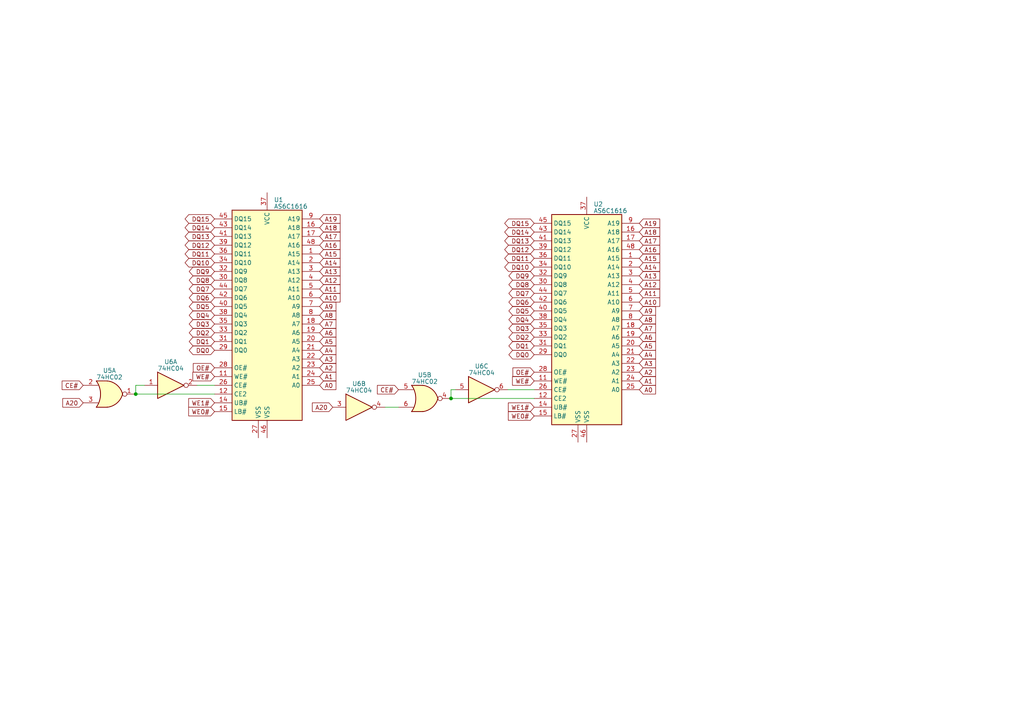
<source format=kicad_sch>
(kicad_sch (version 20230121) (generator eeschema)
  (paper "A4")
  (lib_symbols
    (symbol "74xx:74HC02" (pin_names (offset 1.016))
      (property "Reference" "U" (at 0 1.27 0))
      (property "Value" "74HC02" (at 0 -1.27 0))
      (symbol "74HC02_1_1"
        (arc (start -3.81 -3.81) (mid -2.589 0) (end -3.81 3.81) (stroke (width 0.254)))
        (arc (start -0.6096 -3.81) (mid 2.1842 -2.5851) (end 3.81 0) (stroke (width 0.254)) (fill (type background)))
        (polyline (pts (xy -3.81 -3.81) (xy -0.635 -3.81)) (stroke (width 0.254)) (fill (type background)))
        (polyline (pts (xy -3.81 3.81) (xy -0.635 3.81)) (stroke (width 0.254)) (fill (type background)))
        (polyline (pts (xy -0.635 3.81) (xy -3.81 3.81) (xy -3.81 3.81) (xy -3.556 3.4036) (xy -3.0226 2.2606) (xy -2.6924 1.0414) (xy -2.6162 -0.254) (xy -2.7686 -1.4986) (xy -3.175 -2.7178) (xy -3.81 -3.81) (xy -3.81 -3.81) (xy -0.635 -3.81)) (stroke (width -25.4)) (fill (type background)))
        (arc (start 3.81 0) (mid 2.1915 2.5936) (end -0.6096 3.81) (stroke (width 0.254)) (fill (type background)))
        (pin output inverted (at 7.62 0 180) (length 3.81) (name "~") (number "1"))
        (pin input line (at -7.62 2.54 0) (length 4.318) (name "~") (number "2"))
        (pin input line (at -7.62 -2.54 0) (length 4.318) (name "~") (number "3"))
      )
      (symbol "74HC02_1_2"
        (arc (start 0 -3.81) (mid 3.7934 0) (end 0 3.81) (stroke (width 0.254)) (fill (type background)))
        (polyline (pts (xy 0 3.81) (xy -3.81 3.81) (xy -3.81 -3.81) (xy 0 -3.81)) (stroke (width 0.254)) (fill (type background)))
        (pin output line (at 7.62 0 180) (length 3.81) (name "~") (number "1"))
        (pin input inverted (at -7.62 2.54 0) (length 3.81) (name "~") (number "2"))
        (pin input inverted (at -7.62 -2.54 0) (length 3.81) (name "~") (number "3"))
      )
      (symbol "74HC02_2_1"
        (arc (start -3.81 -3.81) (mid -2.589 0) (end -3.81 3.81) (stroke (width 0.254)))
        (arc (start -0.6096 -3.81) (mid 2.1842 -2.5851) (end 3.81 0) (stroke (width 0.254)) (fill (type background)))
        (polyline (pts (xy -3.81 -3.81) (xy -0.635 -3.81)) (stroke (width 0.254)) (fill (type background)))
        (polyline (pts (xy -3.81 3.81) (xy -0.635 3.81)) (stroke (width 0.254)) (fill (type background)))
        (polyline (pts (xy -0.635 3.81) (xy -3.81 3.81) (xy -3.81 3.81) (xy -3.556 3.4036) (xy -3.0226 2.2606) (xy -2.6924 1.0414) (xy -2.6162 -0.254) (xy -2.7686 -1.4986) (xy -3.175 -2.7178) (xy -3.81 -3.81) (xy -3.81 -3.81) (xy -0.635 -3.81)) (stroke (width -25.4)) (fill (type background)))
        (arc (start 3.81 0) (mid 2.1915 2.5936) (end -0.6096 3.81) (stroke (width 0.254)) (fill (type background)))
        (pin output inverted (at 7.62 0 180) (length 3.81) (name "~") (number "4"))
        (pin input line (at -7.62 2.54 0) (length 4.318) (name "~") (number "5"))
        (pin input line (at -7.62 -2.54 0) (length 4.318) (name "~") (number "6"))
      )
      (symbol "74HC02_2_2"
        (arc (start 0 -3.81) (mid 3.7934 0) (end 0 3.81) (stroke (width 0.254)) (fill (type background)))
        (polyline (pts (xy 0 3.81) (xy -3.81 3.81) (xy -3.81 -3.81) (xy 0 -3.81)) (stroke (width 0.254)) (fill (type background)))
        (pin output line (at 7.62 0 180) (length 3.81) (name "~") (number "4"))
        (pin input inverted (at -7.62 2.54 0) (length 3.81) (name "~") (number "5"))
        (pin input inverted (at -7.62 -2.54 0) (length 3.81) (name "~") (number "6"))
      )
      (symbol "74HC02_3_1"
        (arc (start -3.81 -3.81) (mid -2.589 0) (end -3.81 3.81) (stroke (width 0.254)))
        (arc (start -0.6096 -3.81) (mid 2.1842 -2.5851) (end 3.81 0) (stroke (width 0.254)) (fill (type background)))
        (polyline (pts (xy -3.81 -3.81) (xy -0.635 -3.81)) (stroke (width 0.254)) (fill (type background)))
        (polyline (pts (xy -3.81 3.81) (xy -0.635 3.81)) (stroke (width 0.254)) (fill (type background)))
        (polyline (pts (xy -0.635 3.81) (xy -3.81 3.81) (xy -3.81 3.81) (xy -3.556 3.4036) (xy -3.0226 2.2606) (xy -2.6924 1.0414) (xy -2.6162 -0.254) (xy -2.7686 -1.4986) (xy -3.175 -2.7178) (xy -3.81 -3.81) (xy -3.81 -3.81) (xy -0.635 -3.81)) (stroke (width -25.4)) (fill (type background)))
        (arc (start 3.81 0) (mid 2.1915 2.5936) (end -0.6096 3.81) (stroke (width 0.254)) (fill (type background)))
        (pin output inverted (at 7.62 0 180) (length 3.81) (name "~") (number "10"))
        (pin input line (at -7.62 2.54 0) (length 4.318) (name "~") (number "8"))
        (pin input line (at -7.62 -2.54 0) (length 4.318) (name "~") (number "9"))
      )
      (symbol "74HC02_3_2"
        (arc (start 0 -3.81) (mid 3.7934 0) (end 0 3.81) (stroke (width 0.254)) (fill (type background)))
        (polyline (pts (xy 0 3.81) (xy -3.81 3.81) (xy -3.81 -3.81) (xy 0 -3.81)) (stroke (width 0.254)) (fill (type background)))
        (pin output line (at 7.62 0 180) (length 3.81) (name "~") (number "10"))
        (pin input inverted (at -7.62 2.54 0) (length 3.81) (name "~") (number "8"))
        (pin input inverted (at -7.62 -2.54 0) (length 3.81) (name "~") (number "9"))
      )
      (symbol "74HC02_4_1"
        (arc (start -3.81 -3.81) (mid -2.589 0) (end -3.81 3.81) (stroke (width 0.254)))
        (arc (start -0.6096 -3.81) (mid 2.1842 -2.5851) (end 3.81 0) (stroke (width 0.254)) (fill (type background)))
        (polyline (pts (xy -3.81 -3.81) (xy -0.635 -3.81)) (stroke (width 0.254)) (fill (type background)))
        (polyline (pts (xy -3.81 3.81) (xy -0.635 3.81)) (stroke (width 0.254)) (fill (type background)))
        (polyline (pts (xy -0.635 3.81) (xy -3.81 3.81) (xy -3.81 3.81) (xy -3.556 3.4036) (xy -3.0226 2.2606) (xy -2.6924 1.0414) (xy -2.6162 -0.254) (xy -2.7686 -1.4986) (xy -3.175 -2.7178) (xy -3.81 -3.81) (xy -3.81 -3.81) (xy -0.635 -3.81)) (stroke (width -25.4)) (fill (type background)))
        (arc (start 3.81 0) (mid 2.1915 2.5936) (end -0.6096 3.81) (stroke (width 0.254)) (fill (type background)))
        (pin input line (at -7.62 2.54 0) (length 4.318) (name "~") (number "11"))
        (pin input line (at -7.62 -2.54 0) (length 4.318) (name "~") (number "12"))
        (pin output inverted (at 7.62 0 180) (length 3.81) (name "~") (number "13"))
      )
      (symbol "74HC02_4_2"
        (arc (start 0 -3.81) (mid 3.7934 0) (end 0 3.81) (stroke (width 0.254)) (fill (type background)))
        (polyline (pts (xy 0 3.81) (xy -3.81 3.81) (xy -3.81 -3.81) (xy 0 -3.81)) (stroke (width 0.254)) (fill (type background)))
        (pin input inverted (at -7.62 2.54 0) (length 3.81) (name "~") (number "11"))
        (pin input inverted (at -7.62 -2.54 0) (length 3.81) (name "~") (number "12"))
        (pin output line (at 7.62 0 180) (length 3.81) (name "~") (number "13"))
      )
      (symbol "74HC02_5_0"
        (pin power_in line (at 0 12.7 270) (length 5.08) (name "VCC") (number "14"))
        (pin power_in line (at 0 -12.7 90) (length 5.08) (name "GND") (number "7"))
      )
      (symbol "74HC02_5_1"
        (rectangle (start -5.08 7.62) (end 5.08 -7.62) (stroke (width 0.254)) (fill (type background)))
      )
    )
    (symbol "74xx:74HC04"
      (property "Reference" "U" (at 0 1.27 0))
      (property "Value" "74HC04" (at 0 -1.27 0))
      (symbol "74HC04_1_0"
        (polyline (pts (xy -3.81 3.81) (xy -3.81 -3.81) (xy 3.81 0) (xy -3.81 3.81)) (stroke (width 0.254)) (fill (type background)))
        (pin input line (at -7.62 0 0) (length 3.81) (name "~") (number "1"))
        (pin output inverted (at 7.62 0 180) (length 3.81) (name "~") (number "2"))
      )
      (symbol "74HC04_2_0"
        (polyline (pts (xy -3.81 3.81) (xy -3.81 -3.81) (xy 3.81 0) (xy -3.81 3.81)) (stroke (width 0.254)) (fill (type background)))
        (pin input line (at -7.62 0 0) (length 3.81) (name "~") (number "3"))
        (pin output inverted (at 7.62 0 180) (length 3.81) (name "~") (number "4"))
      )
      (symbol "74HC04_3_0"
        (polyline (pts (xy -3.81 3.81) (xy -3.81 -3.81) (xy 3.81 0) (xy -3.81 3.81)) (stroke (width 0.254)) (fill (type background)))
        (pin input line (at -7.62 0 0) (length 3.81) (name "~") (number "5"))
        (pin output inverted (at 7.62 0 180) (length 3.81) (name "~") (number "6"))
      )
      (symbol "74HC04_4_0"
        (polyline (pts (xy -3.81 3.81) (xy -3.81 -3.81) (xy 3.81 0) (xy -3.81 3.81)) (stroke (width 0.254)) (fill (type background)))
        (pin output inverted (at 7.62 0 180) (length 3.81) (name "~") (number "8"))
        (pin input line (at -7.62 0 0) (length 3.81) (name "~") (number "9"))
      )
      (symbol "74HC04_5_0"
        (polyline (pts (xy -3.81 3.81) (xy -3.81 -3.81) (xy 3.81 0) (xy -3.81 3.81)) (stroke (width 0.254)) (fill (type background)))
        (pin output inverted (at 7.62 0 180) (length 3.81) (name "~") (number "10"))
        (pin input line (at -7.62 0 0) (length 3.81) (name "~") (number "11"))
      )
      (symbol "74HC04_6_0"
        (polyline (pts (xy -3.81 3.81) (xy -3.81 -3.81) (xy 3.81 0) (xy -3.81 3.81)) (stroke (width 0.254)) (fill (type background)))
        (pin output inverted (at 7.62 0 180) (length 3.81) (name "~") (number "12"))
        (pin input line (at -7.62 0 0) (length 3.81) (name "~") (number "13"))
      )
      (symbol "74HC04_7_0"
        (pin power_in line (at 0 12.7 270) (length 5.08) (name "VCC") (number "14"))
        (pin power_in line (at 0 -12.7 90) (length 5.08) (name "GND") (number "7"))
      )
      (symbol "74HC04_7_1"
        (rectangle (start -5.08 7.62) (end 5.08 -7.62) (stroke (width 0.254)) (fill (type background)))
      )
    )
    (symbol "Memory_RAM:AS6C1616"
      (property "Reference" "U" (at -8.89 31.75 0))
      (property "Value" "AS6C1616" (at 6.35 -31.75 0))
      (symbol "AS6C1616_0_1"
        (rectangle (start -10.16 30.48) (end 10.16 -30.48) (stroke (width 0.254)) (fill (type background)))
      )
      (symbol "AS6C1616_1_1"
        (pin input line (at 15.24 17.78 180) (length 5.08) (name "A15") (number "1"))
        (pin no_connect line (at 10.16 -22.86 180) (length 0) hide (name "NC") (number "10"))
        (pin input line (at -15.24 -17.78 0) (length 5.08) (name "WE#") (number "11"))
        (pin input line (at -15.24 -22.86 0) (length 5.08) (name "CE2") (number "12"))
        (pin no_connect line (at 10.16 -25.4 180) (length 0) hide (name "NC") (number "13"))
        (pin input line (at -15.24 -25.4 0) (length 5.08) (name "UB#") (number "14"))
        (pin input line (at -15.24 -27.94 0) (length 5.08) (name "LB#") (number "15"))
        (pin input line (at 15.24 25.4 180) (length 5.08) (name "A18") (number "16"))
        (pin input line (at 15.24 22.86 180) (length 5.08) (name "A17") (number "17"))
        (pin input line (at 15.24 -2.54 180) (length 5.08) (name "A7") (number "18"))
        (pin input line (at 15.24 -5.08 180) (length 5.08) (name "A6") (number "19"))
        (pin input line (at 15.24 15.24 180) (length 5.08) (name "A14") (number "2"))
        (pin input line (at 15.24 -7.62 180) (length 5.08) (name "A5") (number "20"))
        (pin input line (at 15.24 -10.16 180) (length 5.08) (name "A4") (number "21"))
        (pin input line (at 15.24 -12.7 180) (length 5.08) (name "A3") (number "22"))
        (pin input line (at 15.24 -15.24 180) (length 5.08) (name "A2") (number "23"))
        (pin input line (at 15.24 -17.78 180) (length 5.08) (name "A1") (number "24"))
        (pin input line (at 15.24 -20.32 180) (length 5.08) (name "A0") (number "25"))
        (pin input line (at -15.24 -20.32 0) (length 5.08) (name "CE#") (number "26"))
        (pin power_in line (at -2.54 -35.56 90) (length 5.08) (name "VSS") (number "27"))
        (pin input line (at -15.24 -15.24 0) (length 5.08) (name "OE#") (number "28"))
        (pin bidirectional line (at -15.24 -10.16 0) (length 5.08) (name "DQ0") (number "29"))
        (pin input line (at 15.24 12.7 180) (length 5.08) (name "A13") (number "3"))
        (pin bidirectional line (at -15.24 10.16 0) (length 5.08) (name "DQ8") (number "30"))
        (pin bidirectional line (at -15.24 -7.62 0) (length 5.08) (name "DQ1") (number "31"))
        (pin bidirectional line (at -15.24 12.7 0) (length 5.08) (name "DQ9") (number "32"))
        (pin bidirectional line (at -15.24 -5.08 0) (length 5.08) (name "DQ2") (number "33"))
        (pin bidirectional line (at -15.24 15.24 0) (length 5.08) (name "DQ10") (number "34"))
        (pin bidirectional line (at -15.24 -2.54 0) (length 5.08) (name "DQ3") (number "35"))
        (pin bidirectional line (at -15.24 17.78 0) (length 5.08) (name "DQ11") (number "36"))
        (pin power_in line (at 0 35.56 270) (length 5.08) (name "VCC") (number "37"))
        (pin bidirectional line (at -15.24 0 0) (length 5.08) (name "DQ4") (number "38"))
        (pin bidirectional line (at -15.24 20.32 0) (length 5.08) (name "DQ12") (number "39"))
        (pin input line (at 15.24 10.16 180) (length 5.08) (name "A12") (number "4"))
        (pin bidirectional line (at -15.24 2.54 0) (length 5.08) (name "DQ5") (number "40"))
        (pin bidirectional line (at -15.24 22.86 0) (length 5.08) (name "DQ13") (number "41"))
        (pin bidirectional line (at -15.24 5.08 0) (length 5.08) (name "DQ6") (number "42"))
        (pin bidirectional line (at -15.24 25.4 0) (length 5.08) (name "DQ14") (number "43"))
        (pin bidirectional line (at -15.24 7.62 0) (length 5.08) (name "DQ7") (number "44"))
        (pin input line (at -15.24 27.94 0) (length 5.08) (name "DQ15") (number "45"))
        (pin power_in line (at 0 -35.56 90) (length 5.08) (name "VSS") (number "46"))
        (pin no_connect line (at 10.16 -27.94 180) (length 0) hide (name "NC") (number "47"))
        (pin input line (at 15.24 20.32 180) (length 5.08) (name "A16") (number "48"))
        (pin input line (at 15.24 7.62 180) (length 5.08) (name "A11") (number "5"))
        (pin input line (at 15.24 5.08 180) (length 5.08) (name "A10") (number "6"))
        (pin input line (at 15.24 2.54 180) (length 5.08) (name "A9") (number "7"))
        (pin input line (at 15.24 0 180) (length 5.08) (name "A8") (number "8"))
        (pin input line (at 15.24 27.94 180) (length 5.08) (name "A19") (number "9"))
      )
    )
  )
  (junction (at 39.37 114.3))
  (junction (at 130.81 115.57))
  (wire (pts (xy 147.32 113.03) (xy 154.94 113.03)))
  (wire (pts (xy 39.37 111.76) (xy 39.37 114.3)))
  (wire (pts (xy 57.15 111.76) (xy 62.23 111.76)))
  (wire (pts (xy 39.37 114.3) (xy 62.23 114.3)))
  (wire (pts (xy 41.91 111.76) (xy 39.37 111.76)))
  (wire (pts (xy 111.76 118.11) (xy 115.57 118.11)))
  (wire (pts (xy 132.08 113.03) (xy 130.81 113.03)))
  (wire (pts (xy 130.81 115.57) (xy 154.94 115.57)))
  (wire (pts (xy 130.81 113.03) (xy 130.81 115.57)))
  (global_label "DQ12" (shape bidirectional) (at 62.23 71.12 180) (property "Intersheetrefs" "${INTERSHEET_REFS}" (effects hide)))
  (global_label "A11" (shape input) (at 185.42 85.09 0) (property "Intersheetrefs" "${INTERSHEET_REFS}" (effects hide)))
  (global_label "DQ12" (shape bidirectional) (at 154.94 72.39 180) (property "Intersheetrefs" "${INTERSHEET_REFS}" (effects hide)))
  (global_label "A20" (shape input) (at 96.52 118.11 180) (property "Intersheetrefs" "${INTERSHEET_REFS}" (effects hide)))
  (global_label "A18" (shape input) (at 185.42 67.31 0) (property "Intersheetrefs" "${INTERSHEET_REFS}" (effects hide)))
  (global_label "A8" (shape input) (at 185.42 92.71 0) (property "Intersheetrefs" "${INTERSHEET_REFS}" (effects hide)))
  (global_label "DQ2" (shape bidirectional) (at 154.94 97.79 180) (property "Intersheetrefs" "${INTERSHEET_REFS}" (effects hide)))
  (global_label "DQ1" (shape bidirectional) (at 154.94 100.33 180) (property "Intersheetrefs" "${INTERSHEET_REFS}" (effects hide)))
  (global_label "DQ13" (shape bidirectional) (at 62.23 68.58 180) (property "Intersheetrefs" "${INTERSHEET_REFS}" (effects hide)))
  (global_label "WE1#" (shape input) (at 62.23 116.84 180) (property "Intersheetrefs" "${INTERSHEET_REFS}" (effects hide)))
  (global_label "A6" (shape input) (at 185.42 97.79 0) (property "Intersheetrefs" "${INTERSHEET_REFS}" (effects hide)))
  (global_label "DQ11" (shape bidirectional) (at 154.94 74.93 180) (property "Intersheetrefs" "${INTERSHEET_REFS}" (effects hide)))
  (global_label "WE0#" (shape input) (at 62.23 119.38 180) (property "Intersheetrefs" "${INTERSHEET_REFS}" (effects hide)))
  (global_label "A7" (shape input) (at 92.71 93.98 0) (property "Intersheetrefs" "${INTERSHEET_REFS}" (effects hide)))
  (global_label "A2" (shape input) (at 92.71 106.68 0) (property "Intersheetrefs" "${INTERSHEET_REFS}" (effects hide)))
  (global_label "DQ14" (shape bidirectional) (at 62.23 66.04 180) (property "Intersheetrefs" "${INTERSHEET_REFS}" (effects hide)))
  (global_label "DQ2" (shape bidirectional) (at 62.23 96.52 180) (property "Intersheetrefs" "${INTERSHEET_REFS}" (effects hide)))
  (global_label "DQ8" (shape bidirectional) (at 62.23 81.28 180) (property "Intersheetrefs" "${INTERSHEET_REFS}" (effects hide)))
  (global_label "DQ15" (shape bidirectional) (at 62.23 63.5 180) (property "Intersheetrefs" "${INTERSHEET_REFS}" (effects hide)))
  (global_label "WE#" (shape input) (at 154.94 110.49 180) (property "Intersheetrefs" "${INTERSHEET_REFS}" (effects hide)))
  (global_label "A8" (shape input) (at 92.71 91.44 0) (property "Intersheetrefs" "${INTERSHEET_REFS}" (effects hide)))
  (global_label "A10" (shape input) (at 92.71 86.36 0) (property "Intersheetrefs" "${INTERSHEET_REFS}" (effects hide)))
  (global_label "DQ14" (shape bidirectional) (at 154.94 67.31 180) (property "Intersheetrefs" "${INTERSHEET_REFS}" (effects hide)))
  (global_label "A7" (shape input) (at 185.42 95.25 0) (property "Intersheetrefs" "${INTERSHEET_REFS}" (effects hide)))
  (global_label "DQ6" (shape bidirectional) (at 154.94 87.63 180) (property "Intersheetrefs" "${INTERSHEET_REFS}" (effects hide)))
  (global_label "A20" (shape input) (at 24.13 116.84 180) (property "Intersheetrefs" "${INTERSHEET_REFS}" (effects hide)))
  (global_label "A4" (shape input) (at 185.42 102.87 0) (property "Intersheetrefs" "${INTERSHEET_REFS}" (effects hide)))
  (global_label "CE#" (shape input) (at 24.13 111.76 180) (property "Intersheetrefs" "${INTERSHEET_REFS}" (effects hide)))
  (global_label "DQ5" (shape bidirectional) (at 62.23 88.9 180) (property "Intersheetrefs" "${INTERSHEET_REFS}" (effects hide)))
  (global_label "A17" (shape input) (at 92.71 68.58 0) (property "Intersheetrefs" "${INTERSHEET_REFS}" (effects hide)))
  (global_label "DQ10" (shape bidirectional) (at 154.94 77.47 180) (property "Intersheetrefs" "${INTERSHEET_REFS}" (effects hide)))
  (global_label "DQ4" (shape bidirectional) (at 154.94 92.71 180) (property "Intersheetrefs" "${INTERSHEET_REFS}" (effects hide)))
  (global_label "A19" (shape input) (at 92.71 63.5 0) (property "Intersheetrefs" "${INTERSHEET_REFS}" (effects hide)))
  (global_label "A5" (shape input) (at 92.71 99.06 0) (property "Intersheetrefs" "${INTERSHEET_REFS}" (effects hide)))
  (global_label "A10" (shape input) (at 185.42 87.63 0) (property "Intersheetrefs" "${INTERSHEET_REFS}" (effects hide)))
  (global_label "A14" (shape input) (at 92.71 76.2 0) (property "Intersheetrefs" "${INTERSHEET_REFS}" (effects hide)))
  (global_label "A16" (shape input) (at 92.71 71.12 0) (property "Intersheetrefs" "${INTERSHEET_REFS}" (effects hide)))
  (global_label "WE0#" (shape input) (at 154.94 120.65 180) (property "Intersheetrefs" "${INTERSHEET_REFS}" (effects hide)))
  (global_label "A3" (shape input) (at 92.71 104.14 0) (property "Intersheetrefs" "${INTERSHEET_REFS}" (effects hide)))
  (global_label "OE#" (shape input) (at 62.23 106.68 180) (property "Intersheetrefs" "${INTERSHEET_REFS}" (effects hide)))
  (global_label "DQ0" (shape bidirectional) (at 62.23 101.6 180) (property "Intersheetrefs" "${INTERSHEET_REFS}" (effects hide)))
  (global_label "WE#" (shape input) (at 62.23 109.22 180) (property "Intersheetrefs" "${INTERSHEET_REFS}" (effects hide)))
  (global_label "OE#" (shape input) (at 154.94 107.95 180) (property "Intersheetrefs" "${INTERSHEET_REFS}" (effects hide)))
  (global_label "DQ8" (shape bidirectional) (at 154.94 82.55 180) (property "Intersheetrefs" "${INTERSHEET_REFS}" (effects hide)))
  (global_label "A18" (shape input) (at 92.71 66.04 0) (property "Intersheetrefs" "${INTERSHEET_REFS}" (effects hide)))
  (global_label "A16" (shape input) (at 185.42 72.39 0) (property "Intersheetrefs" "${INTERSHEET_REFS}" (effects hide)))
  (global_label "DQ11" (shape bidirectional) (at 62.23 73.66 180) (property "Intersheetrefs" "${INTERSHEET_REFS}" (effects hide)))
  (global_label "DQ7" (shape bidirectional) (at 154.94 85.09 180) (property "Intersheetrefs" "${INTERSHEET_REFS}" (effects hide)))
  (global_label "A19" (shape input) (at 185.42 64.77 0) (property "Intersheetrefs" "${INTERSHEET_REFS}" (effects hide)))
  (global_label "DQ3" (shape bidirectional) (at 62.23 93.98 180) (property "Intersheetrefs" "${INTERSHEET_REFS}" (effects hide)))
  (global_label "A6" (shape input) (at 92.71 96.52 0) (property "Intersheetrefs" "${INTERSHEET_REFS}" (effects hide)))
  (global_label "DQ0" (shape bidirectional) (at 154.94 102.87 180) (property "Intersheetrefs" "${INTERSHEET_REFS}" (effects hide)))
  (global_label "A13" (shape input) (at 92.71 78.74 0) (property "Intersheetrefs" "${INTERSHEET_REFS}" (effects hide)))
  (global_label "A13" (shape input) (at 185.42 80.01 0) (property "Intersheetrefs" "${INTERSHEET_REFS}" (effects hide)))
  (global_label "A12" (shape input) (at 92.71 81.28 0) (property "Intersheetrefs" "${INTERSHEET_REFS}" (effects hide)))
  (global_label "A14" (shape input) (at 185.42 77.47 0) (property "Intersheetrefs" "${INTERSHEET_REFS}" (effects hide)))
  (global_label "A9" (shape input) (at 92.71 88.9 0) (property "Intersheetrefs" "${INTERSHEET_REFS}" (effects hide)))
  (global_label "DQ5" (shape bidirectional) (at 154.94 90.17 180) (property "Intersheetrefs" "${INTERSHEET_REFS}" (effects hide)))
  (global_label "DQ7" (shape bidirectional) (at 62.23 83.82 180) (property "Intersheetrefs" "${INTERSHEET_REFS}" (effects hide)))
  (global_label "DQ9" (shape bidirectional) (at 154.94 80.01 180) (property "Intersheetrefs" "${INTERSHEET_REFS}" (effects hide)))
  (global_label "A15" (shape input) (at 185.42 74.93 0) (property "Intersheetrefs" "${INTERSHEET_REFS}" (effects hide)))
  (global_label "A3" (shape input) (at 185.42 105.41 0) (property "Intersheetrefs" "${INTERSHEET_REFS}" (effects hide)))
  (global_label "DQ13" (shape bidirectional) (at 154.94 69.85 180) (property "Intersheetrefs" "${INTERSHEET_REFS}" (effects hide)))
  (global_label "DQ3" (shape bidirectional) (at 154.94 95.25 180) (property "Intersheetrefs" "${INTERSHEET_REFS}" (effects hide)))
  (global_label "A17" (shape input) (at 185.42 69.85 0) (property "Intersheetrefs" "${INTERSHEET_REFS}" (effects hide)))
  (global_label "CE#" (shape input) (at 115.57 113.03 180) (property "Intersheetrefs" "${INTERSHEET_REFS}" (effects hide)))
  (global_label "A11" (shape input) (at 92.71 83.82 0) (property "Intersheetrefs" "${INTERSHEET_REFS}" (effects hide)))
  (global_label "WE1#" (shape input) (at 154.94 118.11 180) (property "Intersheetrefs" "${INTERSHEET_REFS}" (effects hide)))
  (global_label "A1" (shape input) (at 185.42 110.49 0) (property "Intersheetrefs" "${INTERSHEET_REFS}" (effects hide)))
  (global_label "A0" (shape input) (at 185.42 113.03 0) (property "Intersheetrefs" "${INTERSHEET_REFS}" (effects hide)))
  (global_label "DQ1" (shape bidirectional) (at 62.23 99.06 180) (property "Intersheetrefs" "${INTERSHEET_REFS}" (effects hide)))
  (global_label "DQ4" (shape bidirectional) (at 62.23 91.44 180) (property "Intersheetrefs" "${INTERSHEET_REFS}" (effects hide)))
  (global_label "DQ9" (shape bidirectional) (at 62.23 78.74 180) (property "Intersheetrefs" "${INTERSHEET_REFS}" (effects hide)))
  (global_label "A9" (shape input) (at 185.42 90.17 0) (property "Intersheetrefs" "${INTERSHEET_REFS}" (effects hide)))
  (global_label "DQ6" (shape bidirectional) (at 62.23 86.36 180) (property "Intersheetrefs" "${INTERSHEET_REFS}" (effects hide)))
  (global_label "A12" (shape input) (at 185.42 82.55 0) (property "Intersheetrefs" "${INTERSHEET_REFS}" (effects hide)))
  (global_label "A15" (shape input) (at 92.71 73.66 0) (property "Intersheetrefs" "${INTERSHEET_REFS}" (effects hide)))
  (global_label "DQ10" (shape bidirectional) (at 62.23 76.2 180) (property "Intersheetrefs" "${INTERSHEET_REFS}" (effects hide)))
  (global_label "A4" (shape input) (at 92.71 101.6 0) (property "Intersheetrefs" "${INTERSHEET_REFS}" (effects hide)))
  (global_label "A0" (shape input) (at 92.71 111.76 0) (property "Intersheetrefs" "${INTERSHEET_REFS}" (effects hide)))
  (global_label "A1" (shape input) (at 92.71 109.22 0) (property "Intersheetrefs" "${INTERSHEET_REFS}" (effects hide)))
  (global_label "DQ15" (shape bidirectional) (at 154.94 64.77 180) (property "Intersheetrefs" "${INTERSHEET_REFS}" (effects hide)))
  (global_label "A5" (shape input) (at 185.42 100.33 0) (property "Intersheetrefs" "${INTERSHEET_REFS}" (effects hide)))
  (global_label "A2" (shape input) (at 185.42 107.95 0) (property "Intersheetrefs" "${INTERSHEET_REFS}" (effects hide)))
  (symbol (lib_id "74xx:74HC02") (at 123.19 115.57 0) (unit 2)
    (property "Reference" "U5" (at 123.19 108.7501 0))
    (property "Value" "74HC02" (at 123.19 110.6711 0))
    (property "Datasheet" "http://www.ti.com/lit/gpn/sn74hc02" (effects hide))
  )
  (symbol (lib_id "Memory_RAM:AS6C1616") (at 170.18 92.71 0) (unit 1)
    (property "Reference" "U2" (at 172.1359 59.2201 0) (effects (justify left)))
    (property "Value" "AS6C1616" (at 172.1359 61.1411 0) (effects (justify left)))
    (property "Footprint" "Package_SO:TSOP-I-48_18.4x12mm_P0.5mm" (effects hide))
    (property "Datasheet" "https://www.alliancememory.com/wp-content/uploads/pdf/AS6C1616-TSOPI.pdf" (effects hide))
    (instances (project "kicad" (path "" (reference "U2") (unit 1)) (path "" (reference "U2") (unit 1)) (path "" (reference "U4") (unit 1))))
  )
  (symbol (lib_id "74xx:74HC04") (at 139.7 113.03 0) (unit 3)
    (property "Reference" "U6" (at 139.7 106.2101 0))
    (property "Value" "74HC04" (at 139.7 108.1311 0))
    (property "Datasheet" "https://assets.nexperia.com/documents/data-sheet/74HC_HCT04.pdf" (effects hide))
  )
  (symbol (lib_id "74xx:74HC02") (at 31.75 114.3 0) (unit 1)
    (property "Reference" "U5" (at 31.75 107.4801 0))
    (property "Value" "74HC02" (at 31.75 109.4011 0))
    (property "Datasheet" "http://www.ti.com/lit/gpn/sn74hc02" (effects hide))
  )
  (symbol (lib_id "Memory_RAM:AS6C1616") (at 77.47 91.44 0) (unit 1)
    (property "Reference" "U1" (at 79.4259 57.9501 0) (effects (justify left)))
    (property "Value" "AS6C1616" (at 79.4259 59.8711 0) (effects (justify left)))
    (property "Footprint" "Package_SO:TSOP-I-48_18.4x12mm_P0.5mm" (effects hide))
    (property "Datasheet" "https://www.alliancememory.com/wp-content/uploads/pdf/AS6C1616-TSOPI.pdf" (effects hide))
    (instances (project "kicad" (path "" (reference "U1") (unit 1)) (path "" (reference "U1") (unit 1)) (path "" (reference "U3") (unit 1))))
  )
  (symbol (lib_id "74xx:74HC04") (at 49.53 111.76 0) (unit 1)
    (property "Reference" "U6" (at 49.53 104.9401 0))
    (property "Value" "74HC04" (at 49.53 106.8611 0))
    (property "Datasheet" "https://assets.nexperia.com/documents/data-sheet/74HC_HCT04.pdf" (effects hide))
  )
  (symbol (lib_id "74xx:74HC04") (at 104.14 118.11 0) (unit 2)
    (property "Reference" "U6" (at 104.14 111.2901 0))
    (property "Value" "74HC04" (at 104.14 113.2111 0))
    (property "Datasheet" "https://assets.nexperia.com/documents/data-sheet/74HC_HCT04.pdf" (effects hide))
  )
)
</source>
